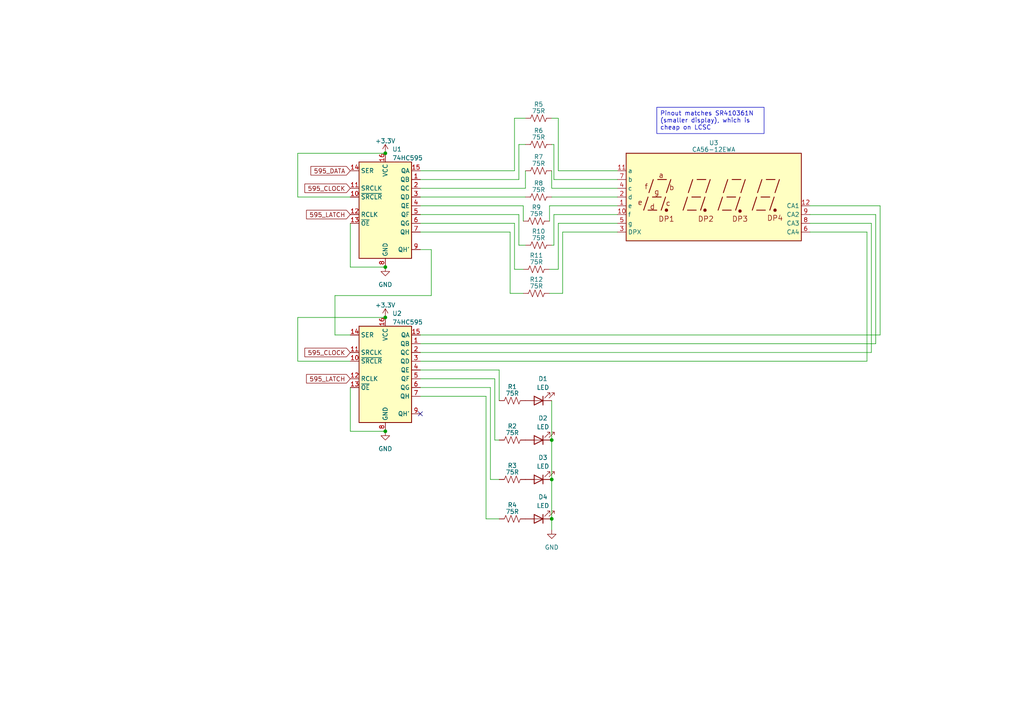
<source format=kicad_sch>
(kicad_sch (version 20230121) (generator eeschema)
  (paper "A4")
  (lib_symbols
    (symbol "74xx:74HC595"
      (property "Reference" "U" (at -7.62 13.97 0))
      (property "Value" "74HC595" (at -7.62 -16.51 0))
      (symbol "74HC595_1_0"
        (pin tri_state line (at 10.16 7.62 180) (length 2.54) (name "QB") (number "1"))
        (pin input line (at -10.16 2.54 0) (length 2.54) (name "~{SRCLR}") (number "10"))
        (pin input line (at -10.16 5.08 0) (length 2.54) (name "SRCLK") (number "11"))
        (pin input line (at -10.16 -2.54 0) (length 2.54) (name "RCLK") (number "12"))
        (pin input line (at -10.16 -5.08 0) (length 2.54) (name "~{OE}") (number "13"))
        (pin input line (at -10.16 10.16 0) (length 2.54) (name "SER") (number "14"))
        (pin tri_state line (at 10.16 10.16 180) (length 2.54) (name "QA") (number "15"))
        (pin power_in line (at 0 15.24 270) (length 2.54) (name "VCC") (number "16"))
        (pin tri_state line (at 10.16 5.08 180) (length 2.54) (name "QC") (number "2"))
        (pin tri_state line (at 10.16 2.54 180) (length 2.54) (name "QD") (number "3"))
        (pin tri_state line (at 10.16 0 180) (length 2.54) (name "QE") (number "4"))
        (pin tri_state line (at 10.16 -2.54 180) (length 2.54) (name "QF") (number "5"))
        (pin tri_state line (at 10.16 -5.08 180) (length 2.54) (name "QG") (number "6"))
        (pin tri_state line (at 10.16 -7.62 180) (length 2.54) (name "QH") (number "7"))
        (pin power_in line (at 0 -17.78 90) (length 2.54) (name "GND") (number "8"))
        (pin output line (at 10.16 -12.7 180) (length 2.54) (name "QH'") (number "9"))
      )
      (symbol "74HC595_1_1"
        (rectangle (start -7.62 12.7) (end 7.62 -15.24) (stroke (width 0.254)) (fill (type background)))
      )
    )
    (symbol "Device:LED" (pin_numbers hide) (pin_names (offset 1.016) hide)
      (property "Reference" "D" (at 0 2.54 0))
      (property "Value" "LED" (at 0 -2.54 0))
      (symbol "LED_0_1"
        (polyline (pts (xy -1.27 -1.27) (xy -1.27 1.27)) (stroke (width 0.254)))
        (polyline (pts (xy -1.27 0) (xy 1.27 0)))
        (polyline (pts (xy 1.27 -1.27) (xy 1.27 1.27) (xy -1.27 0) (xy 1.27 -1.27)) (stroke (width 0.254)))
        (polyline (pts (xy -3.048 -0.762) (xy -4.572 -2.286) (xy -3.81 -2.286) (xy -4.572 -2.286) (xy -4.572 -1.524)))
        (polyline (pts (xy -1.778 -0.762) (xy -3.302 -2.286) (xy -2.54 -2.286) (xy -3.302 -2.286) (xy -3.302 -1.524)))
      )
      (symbol "LED_1_1"
        (pin passive line (at -3.81 0 0) (length 2.54) (name "K") (number "1"))
        (pin passive line (at 3.81 0 180) (length 2.54) (name "A") (number "2"))
      )
    )
    (symbol "Device:R_US" (pin_numbers hide) (pin_names (offset 0))
      (property "Reference" "R" (at 2.54 0 90))
      (property "Value" "R_US" (at -2.54 0 90))
      (symbol "R_US_0_1"
        (polyline (pts (xy 0 -2.286) (xy 0 -2.54)))
        (polyline (pts (xy 0 2.286) (xy 0 2.54)))
        (polyline (pts (xy 0 -0.762) (xy 1.016 -1.143) (xy 0 -1.524) (xy -1.016 -1.905) (xy 0 -2.286)))
        (polyline (pts (xy 0 0.762) (xy 1.016 0.381) (xy 0 0) (xy -1.016 -0.381) (xy 0 -0.762)))
        (polyline (pts (xy 0 2.286) (xy 1.016 1.905) (xy 0 1.524) (xy -1.016 1.143) (xy 0 0.762)))
      )
      (symbol "R_US_1_1"
        (pin passive line (at 0 3.81 270) (length 1.27) (name "~") (number "1"))
        (pin passive line (at 0 -3.81 90) (length 1.27) (name "~") (number "2"))
      )
    )
    (symbol "Display_Character:CA56-12EWA"
      (property "Reference" "U" (at -24.13 13.97 0))
      (property "Value" "CA56-12EWA" (at 19.05 13.97 0))
      (symbol "CA56-12EWA_0_0"
        (rectangle (start -25.4 12.7) (end 25.4 -12.7) (stroke (width 0.254)) (fill (type background)))
        (polyline (pts (xy -20.32 -3.81) (xy -19.05 0)) (stroke (width 0.254)))
        (polyline (pts (xy -19.05 -3.81) (xy -16.51 -3.81)) (stroke (width 0.254)))
        (polyline (pts (xy -18.796 1.27) (xy -17.526 5.08)) (stroke (width 0.254)))
        (polyline (pts (xy -17.78 0) (xy -15.24 0)) (stroke (width 0.254)))
        (polyline (pts (xy -16.256 5.08) (xy -13.716 5.08)) (stroke (width 0.254)))
        (polyline (pts (xy -15.24 -3.81) (xy -13.97 0)) (stroke (width 0.254)))
        (polyline (pts (xy -13.716 1.27) (xy -12.446 5.08)) (stroke (width 0.254)))
        (polyline (pts (xy -8.89 -3.81) (xy -7.62 0)) (stroke (width 0.254)))
        (polyline (pts (xy -7.62 -3.81) (xy -5.08 -3.81)) (stroke (width 0.254)))
        (polyline (pts (xy -7.366 1.27) (xy -6.096 5.08)) (stroke (width 0.254)))
        (polyline (pts (xy -6.35 0) (xy -3.81 0)) (stroke (width 0.254)))
        (polyline (pts (xy -4.826 5.08) (xy -2.286 5.08)) (stroke (width 0.254)))
        (polyline (pts (xy -3.81 -3.81) (xy -2.54 0)) (stroke (width 0.254)))
        (polyline (pts (xy -2.286 1.27) (xy -1.016 5.08)) (stroke (width 0.254)))
        (polyline (pts (xy 1.27 -3.81) (xy 2.54 0)) (stroke (width 0.254)))
        (polyline (pts (xy 2.54 -3.81) (xy 5.08 -3.81)) (stroke (width 0.254)))
        (polyline (pts (xy 2.794 1.27) (xy 4.064 5.08)) (stroke (width 0.254)))
        (polyline (pts (xy 3.81 0) (xy 6.35 0)) (stroke (width 0.254)))
        (polyline (pts (xy 5.334 5.08) (xy 7.874 5.08)) (stroke (width 0.254)))
        (polyline (pts (xy 6.35 -3.81) (xy 7.62 0)) (stroke (width 0.254)))
        (polyline (pts (xy 7.874 1.27) (xy 9.144 5.08)) (stroke (width 0.254)))
        (polyline (pts (xy 11.176 -3.81) (xy 12.446 0)) (stroke (width 0.254)))
        (polyline (pts (xy 12.446 -3.81) (xy 14.986 -3.81)) (stroke (width 0.254)))
        (polyline (pts (xy 12.7 1.27) (xy 13.97 5.08)) (stroke (width 0.254)))
        (polyline (pts (xy 13.716 0) (xy 16.256 0)) (stroke (width 0.254)))
        (polyline (pts (xy 15.24 5.08) (xy 17.78 5.08)) (stroke (width 0.254)))
        (polyline (pts (xy 16.256 -3.81) (xy 17.526 0)) (stroke (width 0.254)))
        (polyline (pts (xy 17.78 1.27) (xy 19.05 5.08)) (stroke (width 0.254)))
        (text "a" (at -15.24 6.35 0) (effects (font (size 1.524 1.524))))
        (text "b" (at -12.192 2.794 0) (effects (font (size 1.524 1.524))))
        (text "c" (at -13.208 -1.778 0) (effects (font (size 1.524 1.524))))
        (text "d" (at -17.78 -2.794 0) (effects (font (size 1.524 1.524))))
        (text "DP1" (at -13.716 -6.35 0) (effects (font (size 1.524 1.524))))
        (text "DP2" (at -2.286 -6.35 0) (effects (font (size 1.524 1.524))))
        (text "DP3" (at 7.62 -6.35 0) (effects (font (size 1.524 1.524))))
        (text "DP4" (at 17.78 -6.096 0) (effects (font (size 1.524 1.524))))
        (text "e" (at -21.336 -1.524 0) (effects (font (size 1.524 1.524))))
        (text "f" (at -19.558 3.048 0) (effects (font (size 1.524 1.524))))
        (text "g" (at -16.51 1.524 0) (effects (font (size 1.524 1.524))))
      )
      (symbol "CA56-12EWA_0_1"
        (circle (center -13.716 -3.81) (radius 0.3556) (stroke (width 0.254)) (fill (type outline)))
        (circle (center -2.54 -3.81) (radius 0.3556) (stroke (width 0.254)) (fill (type outline)))
      )
      (symbol "CA56-12EWA_1_0"
        (circle (center 7.62 -4.064) (radius 0.3556) (stroke (width 0.254)) (fill (type outline)))
        (circle (center 17.78 -3.81) (radius 0.3556) (stroke (width 0.254)) (fill (type outline)))
      )
      (symbol "CA56-12EWA_1_1"
        (pin input line (at -27.94 -2.54 0) (length 2.54) (name "e") (number "1"))
        (pin input line (at -27.94 -5.08 0) (length 2.54) (name "f") (number "10"))
        (pin input line (at -27.94 7.62 0) (length 2.54) (name "a") (number "11"))
        (pin input line (at 27.94 -2.54 180) (length 2.54) (name "CA1") (number "12"))
        (pin input line (at -27.94 0 0) (length 2.54) (name "d") (number "2"))
        (pin input line (at -27.94 -10.16 0) (length 2.54) (name "DPX") (number "3"))
        (pin input line (at -27.94 2.54 0) (length 2.54) (name "c") (number "4"))
        (pin input line (at -27.94 -7.62 0) (length 2.54) (name "g") (number "5"))
        (pin input line (at 27.94 -10.16 180) (length 2.54) (name "CA4") (number "6"))
        (pin input line (at -27.94 5.08 0) (length 2.54) (name "b") (number "7"))
        (pin input line (at 27.94 -7.62 180) (length 2.54) (name "CA3") (number "8"))
        (pin input line (at 27.94 -5.08 180) (length 2.54) (name "CA2") (number "9"))
      )
    )
    (symbol "power:+3.3V" (power) (pin_names (offset 0))
      (property "Value" "+3.3V" (at 0 3.556 0))
      (symbol "+3.3V_0_1"
        (polyline (pts (xy -0.762 1.27) (xy 0 2.54)))
        (polyline (pts (xy 0 0) (xy 0 2.54)))
        (polyline (pts (xy 0 2.54) (xy 0.762 1.27)))
      )
      (symbol "+3.3V_1_1"
        (pin power_in line (at 0 0 90) (length 0) hide (name "+3.3V") (number "1"))
      )
    )
    (symbol "power:GND" (power) (pin_names (offset 0))
      (property "Value" "GND" (at 0 -3.81 0))
      (symbol "GND_0_1"
        (polyline (pts (xy 0 0) (xy 0 -1.27) (xy 1.27 -1.27) (xy 0 -2.54) (xy -1.27 -1.27) (xy 0 -1.27)))
      )
      (symbol "GND_1_1"
        (pin power_in line (at 0 0 270) (length 0) hide (name "GND") (number "1"))
      )
    )
  )
  (junction (at 160.02 139.065))
  (junction (at 111.76 77.47))
  (junction (at 160.02 127.635))
  (junction (at 160.02 150.495))
  (junction (at 111.76 92.075))
  (junction (at 111.76 44.45))
  (junction (at 111.76 125.095))
  (no_connect (at 121.92 120.015))
  (wire (pts (xy 160.02 127.635) (xy 160.02 139.065)))
  (wire (pts (xy 121.92 62.23) (xy 150.495 62.23)))
  (wire (pts (xy 149.225 78.105) (xy 151.765 78.105)))
  (wire (pts (xy 163.195 67.31) (xy 163.195 85.09)))
  (wire (pts (xy 161.925 78.105) (xy 161.925 64.77)))
  (wire (pts (xy 125.095 72.39) (xy 125.095 85.725)))
  (wire (pts (xy 159.385 85.09) (xy 163.195 85.09)))
  (wire (pts (xy 121.92 54.61) (xy 152.4 54.61)))
  (wire (pts (xy 179.07 67.31) (xy 163.195 67.31)))
  (wire (pts (xy 254 62.23) (xy 254 99.695)))
  (wire (pts (xy 160.655 62.23) (xy 160.655 71.12)))
  (wire (pts (xy 144.78 139.065) (xy 142.24 139.065)))
  (wire (pts (xy 121.92 107.315) (xy 144.78 107.315)))
  (wire (pts (xy 140.97 150.495) (xy 144.78 150.495)))
  (wire (pts (xy 159.385 59.69) (xy 179.07 59.69)))
  (wire (pts (xy 160.655 41.91) (xy 160.02 41.91)))
  (wire (pts (xy 161.925 64.77) (xy 179.07 64.77)))
  (wire (pts (xy 86.36 104.775) (xy 101.6 104.775)))
  (wire (pts (xy 111.76 92.075) (xy 86.36 92.075)))
  (wire (pts (xy 121.92 67.31) (xy 147.955 67.31)))
  (wire (pts (xy 101.6 112.395) (xy 101.6 125.095)))
  (wire (pts (xy 86.36 57.15) (xy 101.6 57.15)))
  (wire (pts (xy 255.27 59.69) (xy 255.27 97.155)))
  (wire (pts (xy 147.955 85.09) (xy 151.765 85.09)))
  (wire (pts (xy 150.495 41.91) (xy 152.4 41.91)))
  (wire (pts (xy 160.02 116.205) (xy 160.02 127.635)))
  (wire (pts (xy 160.02 150.495) (xy 160.02 153.67)))
  (wire (pts (xy 143.51 109.855) (xy 143.51 127.635)))
  (wire (pts (xy 150.495 62.23) (xy 150.495 71.12)))
  (wire (pts (xy 125.095 85.725) (xy 97.155 85.725)))
  (wire (pts (xy 160.02 49.53) (xy 160.02 54.61)))
  (wire (pts (xy 161.925 34.29) (xy 161.925 49.53)))
  (wire (pts (xy 140.97 114.935) (xy 140.97 150.495)))
  (wire (pts (xy 86.36 92.075) (xy 86.36 104.775)))
  (wire (pts (xy 179.07 62.23) (xy 160.655 62.23)))
  (wire (pts (xy 147.955 67.31) (xy 147.955 85.09)))
  (wire (pts (xy 150.495 71.12) (xy 152.4 71.12)))
  (wire (pts (xy 160.02 139.065) (xy 160.02 150.495)))
  (wire (pts (xy 254 99.695) (xy 121.92 99.695)))
  (wire (pts (xy 101.6 125.095) (xy 111.76 125.095)))
  (wire (pts (xy 161.925 49.53) (xy 179.07 49.53)))
  (wire (pts (xy 101.6 64.77) (xy 101.6 77.47)))
  (wire (pts (xy 251.46 67.31) (xy 234.95 67.31)))
  (wire (pts (xy 142.24 112.395) (xy 121.92 112.395)))
  (wire (pts (xy 149.225 34.29) (xy 152.4 34.29)))
  (wire (pts (xy 97.155 97.155) (xy 101.6 97.155)))
  (wire (pts (xy 160.655 52.07) (xy 160.655 41.91)))
  (wire (pts (xy 121.92 109.855) (xy 143.51 109.855)))
  (wire (pts (xy 121.92 72.39) (xy 125.095 72.39)))
  (wire (pts (xy 179.07 52.07) (xy 160.655 52.07)))
  (wire (pts (xy 121.92 97.155) (xy 255.27 97.155)))
  (wire (pts (xy 234.95 59.69) (xy 255.27 59.69)))
  (wire (pts (xy 234.95 62.23) (xy 254 62.23)))
  (wire (pts (xy 121.92 57.15) (xy 152.4 57.15)))
  (wire (pts (xy 149.225 49.53) (xy 149.225 34.29)))
  (wire (pts (xy 121.92 102.235) (xy 252.73 102.235)))
  (wire (pts (xy 97.155 85.725) (xy 97.155 97.155)))
  (wire (pts (xy 150.495 52.07) (xy 150.495 41.91)))
  (wire (pts (xy 121.92 49.53) (xy 149.225 49.53)))
  (wire (pts (xy 152.4 54.61) (xy 152.4 49.53)))
  (wire (pts (xy 121.92 59.69) (xy 151.765 59.69)))
  (wire (pts (xy 121.92 104.775) (xy 251.46 104.775)))
  (wire (pts (xy 143.51 127.635) (xy 144.78 127.635)))
  (wire (pts (xy 86.36 44.45) (xy 86.36 57.15)))
  (wire (pts (xy 121.92 114.935) (xy 140.97 114.935)))
  (wire (pts (xy 121.92 52.07) (xy 150.495 52.07)))
  (wire (pts (xy 149.225 64.77) (xy 149.225 78.105)))
  (wire (pts (xy 160.02 34.29) (xy 161.925 34.29)))
  (wire (pts (xy 121.92 64.77) (xy 149.225 64.77)))
  (wire (pts (xy 144.78 107.315) (xy 144.78 116.205)))
  (wire (pts (xy 142.24 139.065) (xy 142.24 112.395)))
  (wire (pts (xy 251.46 104.775) (xy 251.46 67.31)))
  (wire (pts (xy 159.385 64.135) (xy 159.385 59.69)))
  (wire (pts (xy 160.02 57.15) (xy 179.07 57.15)))
  (wire (pts (xy 101.6 77.47) (xy 111.76 77.47)))
  (wire (pts (xy 111.76 44.45) (xy 86.36 44.45)))
  (wire (pts (xy 179.07 54.61) (xy 160.02 54.61)))
  (wire (pts (xy 160.02 71.12) (xy 160.655 71.12)))
  (wire (pts (xy 234.95 64.77) (xy 252.73 64.77)))
  (wire (pts (xy 151.765 59.69) (xy 151.765 64.135)))
  (wire (pts (xy 252.73 64.77) (xy 252.73 102.235)))
  (wire (pts (xy 159.385 78.105) (xy 161.925 78.105)))
  (text_box "Pinout matches SR410361N (smaller display), which is cheap on LCSC" (at 190.5 31.115 0) (size 31.115 7.62) (effects (font (size 1.27 1.27)) (justify left top)))
  (global_label "595_DATA" (shape input) (at 101.6 49.53 180) (property "Intersheetrefs" "${INTERSHEET_REFS}" (effects hide)))
  (global_label "595_CLOCK" (shape input) (at 101.6 54.61 180) (property "Intersheetrefs" "${INTERSHEET_REFS}" (effects hide)))
  (global_label "595_CLOCK" (shape input) (at 101.6 102.235 180) (property "Intersheetrefs" "${INTERSHEET_REFS}" (effects hide)))
  (global_label "595_LATCH" (shape input) (at 101.6 62.23 180) (property "Intersheetrefs" "${INTERSHEET_REFS}" (effects hide)))
  (global_label "595_LATCH" (shape input) (at 101.6 109.855 180) (property "Intersheetrefs" "${INTERSHEET_REFS}" (effects hide)))
  (symbol (lib_id "74xx:74HC595") (at 111.76 59.69 0) (unit 1)
    (property "Reference" "U1" (at 113.7794 43.2902 0) (effects (justify left)))
    (property "Value" "74HC595" (at 113.7794 45.8271 0) (effects (justify left)))
    (property "Footprint" "Package_SO:SOIC-16_3.9x9.9mm_P1.27mm" (effects hide))
    (property "Datasheet" "http://www.ti.com/lit/ds/symlink/sn74hc595.pdf" (effects hide))
  )
  (symbol (lib_id "Device:LED") (at 156.21 127.635 180) (unit 1)
    (property "Reference" "D2" (at 157.48 121.285 0))
    (property "Value" "LED" (at 157.48 123.825 0))
    (property "Footprint" "LED_THT:LED_D3.0mm" (effects hide))
  )
  (symbol (lib_id "Device:R_US") (at 156.21 41.91 270) (unit 1)
    (property "Reference" "R6" (at 156.21 37.8841 90))
    (property "Value" "75R" (at 156.21 39.8051 90))
    (property "Footprint" "Resistor_SMD:R_0603_1608Metric" (effects hide))
  )
  (symbol (lib_id "Device:LED") (at 156.21 116.205 180) (unit 1)
    (property "Reference" "D1" (at 157.48 109.855 0))
    (property "Value" "LED" (at 157.48 112.395 0))
    (property "Footprint" "LED_THT:LED_D3.0mm" (effects hide))
  )
  (symbol (lib_id "power:GND") (at 111.76 125.095 0) (unit 1)
    (property "Reference" "#PWR026" (effects hide))
    (property "Value" "GND" (at 111.76 130.175 0))
  )
  (symbol (lib_id "74xx:74HC595") (at 111.76 107.315 0) (unit 1)
    (property "Reference" "U2" (at 113.7794 90.9152 0) (effects (justify left)))
    (property "Value" "74HC595" (at 113.7794 93.4521 0) (effects (justify left)))
    (property "Footprint" "Package_SO:SOIC-16_3.9x9.9mm_P1.27mm" (effects hide))
    (property "Datasheet" "http://www.ti.com/lit/ds/symlink/sn74hc595.pdf" (effects hide))
  )
  (symbol (lib_id "Device:R_US") (at 155.575 78.105 270) (unit 1)
    (property "Reference" "R11" (at 155.575 74.0791 90))
    (property "Value" "75R" (at 155.575 76.0001 90))
    (property "Footprint" "Resistor_SMD:R_0603_1608Metric" (effects hide))
  )
  (symbol (lib_id "power:+3.3V") (at 111.76 92.075 0) (unit 1)
    (property "Reference" "#PWR?" (effects hide))
    (property "Value" "+3.3V" (at 111.76 88.519 0))
    (instances (project "dk2_03_top" (path "" (reference "#PWR?") (unit 1)) (path "" (reference "#PWR025") (unit 1))))
  )
  (symbol (lib_id "Device:R_US") (at 148.59 116.205 270) (unit 1)
    (property "Reference" "R1" (at 148.59 112.1791 90))
    (property "Value" "75R" (at 148.59 114.1001 90))
    (property "Footprint" "Resistor_SMD:R_0603_1608Metric" (effects hide))
  )
  (symbol (lib_id "Display_Character:CA56-12EWA") (at 207.01 57.15 0) (unit 1)
    (property "Reference" "U3" (at 207.01 41.4401 0))
    (property "Value" "CA56-12EWA" (at 207.01 43.3611 0))
    (property "Footprint" "Library:SR410361N" (effects hide))
    (property "Datasheet" "http://www.kingbrightusa.com/images/catalog/SPEC/CA56-12EWA.pdf" (effects hide))
  )
  (symbol (lib_id "power:GND") (at 160.02 153.67 0) (unit 1)
    (property "Reference" "#PWR027" (effects hide))
    (property "Value" "GND" (at 160.02 158.75 0))
  )
  (symbol (lib_id "Device:R_US") (at 156.21 49.53 270) (unit 1)
    (property "Reference" "R7" (at 156.21 45.5041 90))
    (property "Value" "75R" (at 156.21 47.4251 90))
    (property "Footprint" "Resistor_SMD:R_0603_1608Metric" (effects hide))
  )
  (symbol (lib_id "Device:R_US") (at 148.59 139.065 270) (unit 1)
    (property "Reference" "R3" (at 148.59 135.0391 90))
    (property "Value" "75R" (at 148.59 136.9601 90))
    (property "Footprint" "Resistor_SMD:R_0603_1608Metric" (effects hide))
  )
  (symbol (lib_id "Device:R_US") (at 156.21 57.15 270) (unit 1)
    (property "Reference" "R8" (at 156.21 53.1241 90))
    (property "Value" "75R" (at 156.21 55.0451 90))
    (property "Footprint" "Resistor_SMD:R_0603_1608Metric" (effects hide))
  )
  (symbol (lib_id "Device:LED") (at 156.21 150.495 180) (unit 1)
    (property "Reference" "D4" (at 157.48 144.145 0))
    (property "Value" "LED" (at 157.48 146.685 0))
    (property "Footprint" "LED_THT:LED_D3.0mm" (effects hide))
  )
  (symbol (lib_id "Device:R_US") (at 148.59 127.635 270) (unit 1)
    (property "Reference" "R2" (at 148.59 123.6091 90))
    (property "Value" "75R" (at 148.59 125.5301 90))
    (property "Footprint" "Resistor_SMD:R_0603_1608Metric" (effects hide))
  )
  (symbol (lib_id "Device:R_US") (at 156.21 71.12 270) (unit 1)
    (property "Reference" "R10" (at 156.21 67.0941 90))
    (property "Value" "75R" (at 156.21 69.0151 90))
    (property "Footprint" "Resistor_SMD:R_0603_1608Metric" (effects hide))
  )
  (symbol (lib_id "Device:R_US") (at 155.575 64.135 270) (unit 1)
    (property "Reference" "R9" (at 155.575 60.1091 90))
    (property "Value" "75R" (at 155.575 62.0301 90))
    (property "Footprint" "Resistor_SMD:R_0603_1608Metric" (effects hide))
  )
  (symbol (lib_id "power:GND") (at 111.76 77.47 0) (unit 1)
    (property "Reference" "#PWR024" (effects hide))
    (property "Value" "GND" (at 111.76 82.55 0))
  )
  (symbol (lib_id "Device:R_US") (at 155.575 85.09 270) (unit 1)
    (property "Reference" "R12" (at 155.575 81.0641 90))
    (property "Value" "75R" (at 155.575 82.9851 90))
    (property "Footprint" "Resistor_SMD:R_0603_1608Metric" (effects hide))
  )
  (symbol (lib_id "power:+3.3V") (at 111.76 44.45 0) (unit 1)
    (property "Reference" "#PWR?" (effects hide))
    (property "Value" "+3.3V" (at 111.76 40.894 0))
    (instances (project "dk2_03_top" (path "" (reference "#PWR?") (unit 1)) (path "" (reference "#PWR023") (unit 1))))
  )
  (symbol (lib_id "Device:R_US") (at 148.59 150.495 270) (unit 1)
    (property "Reference" "R4" (at 148.59 146.4691 90))
    (property "Value" "75R" (at 148.59 148.3901 90))
    (property "Footprint" "Resistor_SMD:R_0603_1608Metric" (effects hide))
  )
  (symbol (lib_id "Device:R_US") (at 156.21 34.29 270) (unit 1)
    (property "Reference" "R5" (at 156.21 30.2641 90))
    (property "Value" "75R" (at 156.21 32.1851 90))
    (property "Footprint" "Resistor_SMD:R_0603_1608Metric" (effects hide))
  )
  (symbol (lib_id "Device:LED") (at 156.21 139.065 180) (unit 1)
    (property "Reference" "D3" (at 157.48 132.715 0))
    (property "Value" "LED" (at 157.48 135.255 0))
    (property "Footprint" "LED_THT:LED_D3.0mm" (effects hide))
  )
)
</source>
